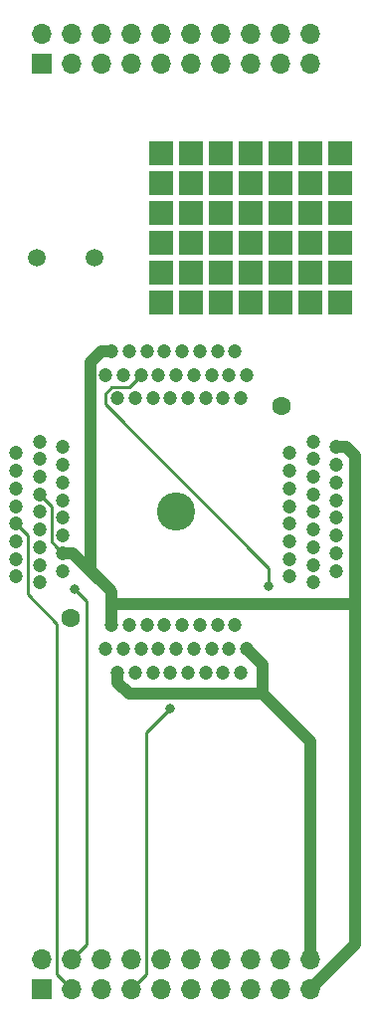
<source format=gbr>
G04 #@! TF.GenerationSoftware,KiCad,Pcbnew,5.0.2-bee76a0~70~ubuntu18.04.1*
G04 #@! TF.CreationDate,2019-07-29T15:00:22+02:00*
G04 #@! TF.ProjectId,stm32f427,73746d33-3266-4343-9237-2e6b69636164,rev?*
G04 #@! TF.SameCoordinates,Original*
G04 #@! TF.FileFunction,Copper,L1,Top*
G04 #@! TF.FilePolarity,Positive*
%FSLAX46Y46*%
G04 Gerber Fmt 4.6, Leading zero omitted, Abs format (unit mm)*
G04 Created by KiCad (PCBNEW 5.0.2-bee76a0~70~ubuntu18.04.1) date lun. 29 juil. 2019 15:00:22 CEST*
%MOMM*%
%LPD*%
G01*
G04 APERTURE LIST*
G04 #@! TA.AperFunction,ComponentPad*
%ADD10R,2.000000X2.000000*%
G04 #@! TD*
G04 #@! TA.AperFunction,ComponentPad*
%ADD11C,1.200000*%
G04 #@! TD*
G04 #@! TA.AperFunction,ComponentPad*
%ADD12C,3.250000*%
G04 #@! TD*
G04 #@! TA.AperFunction,ComponentPad*
%ADD13C,1.600000*%
G04 #@! TD*
G04 #@! TA.AperFunction,ComponentPad*
%ADD14R,1.700000X1.700000*%
G04 #@! TD*
G04 #@! TA.AperFunction,ComponentPad*
%ADD15O,1.700000X1.700000*%
G04 #@! TD*
G04 #@! TA.AperFunction,ComponentPad*
%ADD16C,1.500000*%
G04 #@! TD*
G04 #@! TA.AperFunction,ViaPad*
%ADD17C,0.800000*%
G04 #@! TD*
G04 #@! TA.AperFunction,Conductor*
%ADD18C,0.250000*%
G04 #@! TD*
G04 #@! TA.AperFunction,Conductor*
%ADD19C,1.000000*%
G04 #@! TD*
G04 APERTURE END LIST*
D10*
G04 #@! TO.P,TP37,1*
G04 #@! TO.N,Net-(TP37-Pad1)*
X60960000Y-91440000D03*
G04 #@! TD*
G04 #@! TO.P,TP39,1*
G04 #@! TO.N,Net-(TP39-Pad1)*
X60960000Y-88900000D03*
G04 #@! TD*
G04 #@! TO.P,TP38,1*
G04 #@! TO.N,Net-(TP38-Pad1)*
X60960000Y-93980000D03*
G04 #@! TD*
G04 #@! TO.P,TP40,1*
G04 #@! TO.N,Net-(TP40-Pad1)*
X60960000Y-86360000D03*
G04 #@! TD*
G04 #@! TO.P,TP41,1*
G04 #@! TO.N,Net-(TP41-Pad1)*
X60960000Y-96520000D03*
G04 #@! TD*
G04 #@! TO.P,TP42,1*
G04 #@! TO.N,Net-(TP42-Pad1)*
X60960000Y-83820000D03*
G04 #@! TD*
G04 #@! TO.P,TP33,1*
G04 #@! TO.N,Net-(TP33-Pad1)*
X73660000Y-93980000D03*
G04 #@! TD*
G04 #@! TO.P,TP31,1*
G04 #@! TO.N,Net-(TP31-Pad1)*
X68580000Y-96520000D03*
G04 #@! TD*
G04 #@! TO.P,TP30,1*
G04 #@! TO.N,Net-(TP30-Pad1)*
X76200000Y-96520000D03*
G04 #@! TD*
G04 #@! TO.P,TP29,1*
G04 #@! TO.N,Net-(TP29-Pad1)*
X71120000Y-93980000D03*
G04 #@! TD*
G04 #@! TO.P,TP28,1*
G04 #@! TO.N,Net-(TP28-Pad1)*
X66040000Y-96520000D03*
G04 #@! TD*
G04 #@! TO.P,TP27,1*
G04 #@! TO.N,Net-(TP27-Pad1)*
X73660000Y-96520000D03*
G04 #@! TD*
G04 #@! TO.P,TP26,1*
G04 #@! TO.N,Net-(TP26-Pad1)*
X68580000Y-93980000D03*
G04 #@! TD*
G04 #@! TO.P,TP32,1*
G04 #@! TO.N,Net-(TP32-Pad1)*
X63500000Y-96520000D03*
G04 #@! TD*
G04 #@! TO.P,TP34,1*
G04 #@! TO.N,Net-(TP34-Pad1)*
X71120000Y-96520000D03*
G04 #@! TD*
G04 #@! TO.P,TP35,1*
G04 #@! TO.N,Net-(TP35-Pad1)*
X66040000Y-93980000D03*
G04 #@! TD*
G04 #@! TO.P,TP36,1*
G04 #@! TO.N,Net-(TP36-Pad1)*
X76200000Y-93980000D03*
G04 #@! TD*
G04 #@! TO.P,TP25,1*
G04 #@! TO.N,Net-(TP25-Pad1)*
X63500000Y-93980000D03*
G04 #@! TD*
G04 #@! TO.P,TP10,1*
G04 #@! TO.N,Net-(TP10-Pad1)*
X76200000Y-91440000D03*
G04 #@! TD*
G04 #@! TO.P,TP12,1*
G04 #@! TO.N,Net-(TP12-Pad1)*
X76200000Y-88900000D03*
G04 #@! TD*
G04 #@! TO.P,TP13,1*
G04 #@! TO.N,Net-(TP13-Pad1)*
X73660000Y-91440000D03*
G04 #@! TD*
G04 #@! TO.P,TP14,1*
G04 #@! TO.N,Net-(TP14-Pad1)*
X76200000Y-86360000D03*
G04 #@! TD*
G04 #@! TO.P,TP15,1*
G04 #@! TO.N,Net-(TP15-Pad1)*
X73660000Y-88900000D03*
G04 #@! TD*
G04 #@! TO.P,TP16,1*
G04 #@! TO.N,Net-(TP16-Pad1)*
X71120000Y-91440000D03*
G04 #@! TD*
G04 #@! TO.P,TP17,1*
G04 #@! TO.N,Net-(TP17-Pad1)*
X73660000Y-86360000D03*
G04 #@! TD*
G04 #@! TO.P,TP18,1*
G04 #@! TO.N,Net-(TP18-Pad1)*
X71120000Y-88900000D03*
G04 #@! TD*
G04 #@! TO.P,TP19,1*
G04 #@! TO.N,Net-(TP19-Pad1)*
X68580000Y-91440000D03*
G04 #@! TD*
G04 #@! TO.P,TP20,1*
G04 #@! TO.N,Net-(TP20-Pad1)*
X71120000Y-86360000D03*
G04 #@! TD*
G04 #@! TO.P,TP21,1*
G04 #@! TO.N,Net-(TP21-Pad1)*
X68580000Y-88900000D03*
G04 #@! TD*
G04 #@! TO.P,TP11,1*
G04 #@! TO.N,Net-(TP11-Pad1)*
X66040000Y-91440000D03*
G04 #@! TD*
G04 #@! TO.P,TP9,1*
G04 #@! TO.N,Net-(TP9-Pad1)*
X68580000Y-86360000D03*
G04 #@! TD*
G04 #@! TO.P,TP7,1*
G04 #@! TO.N,Net-(TP7-Pad1)*
X66040000Y-88900000D03*
G04 #@! TD*
G04 #@! TO.P,TP22,1*
G04 #@! TO.N,Net-(TP22-Pad1)*
X63500000Y-91440000D03*
G04 #@! TD*
G04 #@! TO.P,TP23,1*
G04 #@! TO.N,Net-(TP23-Pad1)*
X66040000Y-86360000D03*
G04 #@! TD*
G04 #@! TO.P,TP24,1*
G04 #@! TO.N,Net-(TP24-Pad1)*
X63500000Y-88900000D03*
G04 #@! TD*
G04 #@! TO.P,TP8,1*
G04 #@! TO.N,Net-(TP8-Pad1)*
X63500000Y-86360000D03*
G04 #@! TD*
G04 #@! TO.P,TP6,1*
G04 #@! TO.N,Net-(TP6-Pad1)*
X66040000Y-83820000D03*
G04 #@! TD*
G04 #@! TO.P,TP5,1*
G04 #@! TO.N,Net-(TP5-Pad1)*
X63500000Y-83820000D03*
G04 #@! TD*
G04 #@! TO.P,TP4,1*
G04 #@! TO.N,Net-(TP4-Pad1)*
X76200000Y-83820000D03*
G04 #@! TD*
G04 #@! TO.P,TP3,1*
G04 #@! TO.N,Net-(TP3-Pad1)*
X73660000Y-83820000D03*
G04 #@! TD*
G04 #@! TO.P,TP2,1*
G04 #@! TO.N,Net-(TP2-Pad1)*
X68580000Y-83820000D03*
G04 #@! TD*
G04 #@! TO.P,TP1,1*
G04 #@! TO.N,Net-(TP1-Pad1)*
X71120000Y-83820000D03*
G04 #@! TD*
D11*
G04 #@! TO.P,U1,38*
G04 #@! TO.N,Net-(U1-Pad38)*
X62230000Y-125950000D03*
G04 #@! TO.P,U1,37*
G04 #@! TO.N,/D7_BOOT1*
X61730000Y-127950000D03*
G04 #@! TO.P,U1,39*
G04 #@! TO.N,Net-(U1-Pad39)*
X62730000Y-123950000D03*
G04 #@! TO.P,U1,36*
G04 #@! TO.N,Net-(U1-Pad36)*
X61230000Y-123950000D03*
G04 #@! TO.P,U1,35*
G04 #@! TO.N,Net-(U1-Pad35)*
X60730000Y-125950000D03*
G04 #@! TO.P,U1,34*
G04 #@! TO.N,Net-(U1-Pad34)*
X60230000Y-127950000D03*
G04 #@! TO.P,U1,32*
G04 #@! TO.N,Net-(U1-Pad32)*
X59230000Y-125950000D03*
G04 #@! TO.P,U1,31*
G04 #@! TO.N,Net-(U1-Pad31)*
X58730000Y-127950000D03*
G04 #@! TO.P,U1,33*
G04 #@! TO.N,Net-(U1-Pad33)*
X59730000Y-123950000D03*
G04 #@! TO.P,U1,29*
G04 #@! TO.N,Net-(U1-Pad29)*
X57730000Y-125950000D03*
G04 #@! TO.P,U1,30*
G04 #@! TO.N,Net-(U1-Pad30)*
X58230000Y-123950000D03*
G04 #@! TO.P,U1,28*
G04 #@! TO.N,+3V3*
X57230000Y-127950000D03*
G04 #@! TO.P,U1,26*
G04 #@! TO.N,Net-(U1-Pad26)*
X56230000Y-125950000D03*
G04 #@! TO.P,U1,27*
G04 #@! TO.N,GNDA*
X56730000Y-123950000D03*
G04 #@! TO.P,U1,42*
G04 #@! TO.N,Net-(U1-Pad42)*
X64230000Y-123950000D03*
G04 #@! TO.P,U1,41*
G04 #@! TO.N,Net-(U1-Pad41)*
X63730000Y-125950000D03*
G04 #@! TO.P,U1,40*
G04 #@! TO.N,Net-(U1-Pad40)*
X63230000Y-127950000D03*
G04 #@! TO.P,U1,43*
G04 #@! TO.N,Net-(U1-Pad43)*
X64730000Y-127950000D03*
G04 #@! TO.P,U1,45*
G04 #@! TO.N,Net-(U1-Pad45)*
X65730000Y-123950000D03*
G04 #@! TO.P,U1,44*
G04 #@! TO.N,Net-(U1-Pad44)*
X65230000Y-125950000D03*
G04 #@! TO.P,U1,46*
G04 #@! TO.N,Net-(U1-Pad46)*
X66230000Y-127950000D03*
G04 #@! TO.P,U1,47*
G04 #@! TO.N,Net-(U1-Pad47)*
X66730000Y-125950000D03*
G04 #@! TO.P,U1,48*
G04 #@! TO.N,Net-(U1-Pad48)*
X67230000Y-123950000D03*
G04 #@! TO.P,U1,50*
G04 #@! TO.N,+3V3*
X68230000Y-125950000D03*
G04 #@! TO.P,U1,49*
G04 #@! TO.N,Net-(U1-Pad49)*
X67730000Y-127950000D03*
G04 #@! TO.P,U1,89*
G04 #@! TO.N,Net-(U1-Pad89)*
X61730000Y-104650000D03*
G04 #@! TO.P,U1,92*
G04 #@! TO.N,Net-(U1-Pad92)*
X60230000Y-104650000D03*
G04 #@! TO.P,U1,98*
G04 #@! TO.N,Net-(U1-Pad98)*
X57230000Y-104650000D03*
G04 #@! TO.P,U1,78*
G04 #@! TO.N,Net-(U1-Pad78)*
X67230000Y-100650000D03*
G04 #@! TO.P,U1,96*
G04 #@! TO.N,Net-(U1-Pad96)*
X58230000Y-100650000D03*
G04 #@! TO.P,U1,77*
G04 #@! TO.N,Net-(U1-Pad77)*
X67730000Y-104650000D03*
G04 #@! TO.P,U1,82*
G04 #@! TO.N,Net-(U1-Pad82)*
X65230000Y-102650000D03*
G04 #@! TO.P,U1,86*
G04 #@! TO.N,Net-(U1-Pad86)*
X63230000Y-104650000D03*
G04 #@! TO.P,U1,90*
G04 #@! TO.N,Net-(U1-Pad90)*
X61230000Y-100650000D03*
G04 #@! TO.P,U1,81*
G04 #@! TO.N,Net-(U1-Pad81)*
X65730000Y-100650000D03*
G04 #@! TO.P,U1,99*
G04 #@! TO.N,GNDA*
X56730000Y-100650000D03*
G04 #@! TO.P,U1,80*
G04 #@! TO.N,Net-(U1-Pad80)*
X66230000Y-104650000D03*
G04 #@! TO.P,U1,84*
G04 #@! TO.N,Net-(U1-Pad84)*
X64230000Y-100650000D03*
G04 #@! TO.P,U1,85*
G04 #@! TO.N,Net-(U1-Pad85)*
X63730000Y-102650000D03*
G04 #@! TO.P,U1,76*
G04 #@! TO.N,Net-(U1-Pad76)*
X68230000Y-102650000D03*
G04 #@! TO.P,U1,94*
G04 #@! TO.N,/D6_BOOT0*
X59230000Y-102650000D03*
G04 #@! TO.P,U1,95*
G04 #@! TO.N,Net-(U1-Pad95)*
X58730000Y-104650000D03*
G04 #@! TO.P,U1,88*
G04 #@! TO.N,Net-(U1-Pad88)*
X62230000Y-102650000D03*
G04 #@! TO.P,U1,97*
G04 #@! TO.N,Net-(U1-Pad97)*
X57730000Y-102650000D03*
G04 #@! TO.P,U1,87*
G04 #@! TO.N,Net-(U1-Pad87)*
X62730000Y-100650000D03*
G04 #@! TO.P,U1,100*
G04 #@! TO.N,+3V3*
X56230000Y-102650000D03*
G04 #@! TO.P,U1,91*
G04 #@! TO.N,Net-(U1-Pad91)*
X60730000Y-102650000D03*
G04 #@! TO.P,U1,83*
G04 #@! TO.N,Net-(U1-Pad83)*
X64730000Y-104650000D03*
G04 #@! TO.P,U1,93*
G04 #@! TO.N,Net-(U1-Pad93)*
X59730000Y-100650000D03*
G04 #@! TO.P,U1,79*
G04 #@! TO.N,Net-(U1-Pad79)*
X66730000Y-102650000D03*
G04 #@! TO.P,U1,63*
G04 #@! TO.N,Net-(U1-Pad63)*
X73880000Y-114300000D03*
G04 #@! TO.P,U1,64*
G04 #@! TO.N,Net-(U1-Pad64)*
X71880000Y-113800000D03*
G04 #@! TO.P,U1,62*
G04 #@! TO.N,Net-(U1-Pad62)*
X75880000Y-114800000D03*
G04 #@! TO.P,U1,61*
G04 #@! TO.N,Net-(U1-Pad61)*
X71880000Y-115300000D03*
G04 #@! TO.P,U1,60*
G04 #@! TO.N,Net-(U1-Pad60)*
X73880000Y-115800000D03*
G04 #@! TO.P,U1,59*
G04 #@! TO.N,Net-(U1-Pad59)*
X75880000Y-116300000D03*
G04 #@! TO.P,U1,57*
G04 #@! TO.N,Net-(U1-Pad57)*
X73880000Y-117300000D03*
G04 #@! TO.P,U1,58*
G04 #@! TO.N,Net-(U1-Pad58)*
X71880000Y-116800000D03*
G04 #@! TO.P,U1,56*
G04 #@! TO.N,Net-(U1-Pad56)*
X75880000Y-117800000D03*
G04 #@! TO.P,U1,55*
G04 #@! TO.N,Net-(U1-Pad55)*
X71880000Y-118300000D03*
G04 #@! TO.P,U1,53*
G04 #@! TO.N,Net-(U1-Pad53)*
X75880000Y-119300000D03*
G04 #@! TO.P,U1,54*
G04 #@! TO.N,Net-(U1-Pad54)*
X73880000Y-118800000D03*
G04 #@! TO.P,U1,52*
G04 #@! TO.N,Net-(U1-Pad52)*
X71880000Y-119800000D03*
G04 #@! TO.P,U1,51*
G04 #@! TO.N,Net-(U1-Pad51)*
X73880000Y-120300000D03*
G04 #@! TO.P,U1,67*
G04 #@! TO.N,Net-(U1-Pad67)*
X71880000Y-112300000D03*
G04 #@! TO.P,U1,66*
G04 #@! TO.N,Net-(U1-Pad66)*
X73880000Y-112800000D03*
G04 #@! TO.P,U1,65*
G04 #@! TO.N,Net-(U1-Pad65)*
X75880000Y-113300000D03*
G04 #@! TO.P,U1,69*
G04 #@! TO.N,/D0_MCU_RX*
X73880000Y-111300000D03*
G04 #@! TO.P,U1,68*
G04 #@! TO.N,/D1_MCU_TX*
X75880000Y-111800000D03*
G04 #@! TO.P,U1,70*
G04 #@! TO.N,Net-(U1-Pad70)*
X71880000Y-110800000D03*
G04 #@! TO.P,U1,72*
G04 #@! TO.N,Net-(U1-Pad72)*
X73880000Y-109800000D03*
G04 #@! TO.P,U1,71*
G04 #@! TO.N,Net-(U1-Pad71)*
X75880000Y-110300000D03*
G04 #@! TO.P,U1,73*
G04 #@! TO.N,Net-(U1-Pad73)*
X71880000Y-109300000D03*
G04 #@! TO.P,U1,74*
G04 #@! TO.N,GNDA*
X75880000Y-108800000D03*
G04 #@! TO.P,U1,75*
G04 #@! TO.N,+3V3*
X73880000Y-108300000D03*
G04 #@! TO.P,U1,16*
G04 #@! TO.N,Net-(U1-Pad16)*
X50580000Y-115800000D03*
G04 #@! TO.P,U1,17*
G04 #@! TO.N,Net-(U1-Pad17)*
X52580000Y-116300000D03*
G04 #@! TO.P,U1,19*
G04 #@! TO.N,+3V3*
X50580000Y-117300000D03*
G04 #@! TO.P,U1,13*
G04 #@! TO.N,Net-(C3-Pad2)*
X50580000Y-114300000D03*
G04 #@! TO.P,U1,10*
G04 #@! TO.N,GNDA*
X50580000Y-112800000D03*
G04 #@! TO.P,U1,11*
G04 #@! TO.N,+3V3*
X52580000Y-113300000D03*
G04 #@! TO.P,U1,7*
G04 #@! TO.N,Net-(U1-Pad7)*
X50580000Y-111300000D03*
G04 #@! TO.P,U1,8*
G04 #@! TO.N,Net-(U1-Pad8)*
X52580000Y-111800000D03*
G04 #@! TO.P,U1,6*
G04 #@! TO.N,Net-(U1-Pad6)*
X48580000Y-110800000D03*
G04 #@! TO.P,U1,4*
G04 #@! TO.N,Net-(U1-Pad4)*
X50580000Y-109800000D03*
G04 #@! TO.P,U1,5*
G04 #@! TO.N,Net-(U1-Pad5)*
X52580000Y-110300000D03*
G04 #@! TO.P,U1,3*
G04 #@! TO.N,Net-(U1-Pad3)*
X48580000Y-109300000D03*
G04 #@! TO.P,U1,12*
G04 #@! TO.N,Net-(C2-Pad2)*
X48580000Y-113800000D03*
G04 #@! TO.P,U1,18*
G04 #@! TO.N,Net-(U1-Pad18)*
X48580000Y-116800000D03*
G04 #@! TO.P,U1,20*
G04 #@! TO.N,GNDA*
X52580000Y-117800000D03*
G04 #@! TO.P,U1,21*
G04 #@! TO.N,Net-(U1-Pad21)*
X48580000Y-118300000D03*
G04 #@! TO.P,U1,23*
G04 #@! TO.N,Net-(U1-Pad23)*
X52580000Y-119300000D03*
G04 #@! TO.P,U1,22*
G04 #@! TO.N,+3V3*
X50580000Y-118800000D03*
G04 #@! TO.P,U1,24*
G04 #@! TO.N,Net-(U1-Pad24)*
X48580000Y-119800000D03*
G04 #@! TO.P,U1,25*
G04 #@! TO.N,Net-(U1-Pad25)*
X50580000Y-120300000D03*
G04 #@! TO.P,U1,9*
G04 #@! TO.N,Net-(U1-Pad9)*
X48580000Y-112300000D03*
G04 #@! TO.P,U1,14*
G04 #@! TO.N,/D2_NRST*
X52580000Y-114800000D03*
G04 #@! TO.P,U1,15*
G04 #@! TO.N,/D3_MCU_PC0*
X48580000Y-115300000D03*
G04 #@! TO.P,U1,2*
G04 #@! TO.N,Net-(U1-Pad2)*
X52580000Y-108800000D03*
G04 #@! TO.P,U1,1*
G04 #@! TO.N,Net-(U1-Pad1)*
X50580000Y-108300000D03*
D12*
G04 #@! TO.P,U1,*
G04 #@! TO.N,*
X62230000Y-114300000D03*
D13*
X53230000Y-123300000D03*
X71230000Y-105300000D03*
G04 #@! TD*
D14*
G04 #@! TO.P,J1,1*
G04 #@! TO.N,/D1_MCU_TX*
X50800000Y-154940000D03*
D15*
G04 #@! TO.P,J1,2*
G04 #@! TO.N,/D0_MCU_RX*
X50800000Y-152400000D03*
G04 #@! TO.P,J1,3*
G04 #@! TO.N,/D3_MCU_PC0*
X53340000Y-154940000D03*
G04 #@! TO.P,J1,4*
G04 #@! TO.N,/D2_NRST*
X53340000Y-152400000D03*
G04 #@! TO.P,J1,5*
G04 #@! TO.N,Net-(J1-Pad5)*
X55880000Y-154940000D03*
G04 #@! TO.P,J1,6*
G04 #@! TO.N,Net-(J1-Pad6)*
X55880000Y-152400000D03*
G04 #@! TO.P,J1,7*
G04 #@! TO.N,/D7_BOOT1*
X58420000Y-154940000D03*
G04 #@! TO.P,J1,8*
G04 #@! TO.N,/D6_BOOT0*
X58420000Y-152400000D03*
G04 #@! TO.P,J1,9*
G04 #@! TO.N,Net-(J1-Pad9)*
X60960000Y-154940000D03*
G04 #@! TO.P,J1,10*
G04 #@! TO.N,Net-(J1-Pad10)*
X60960000Y-152400000D03*
G04 #@! TO.P,J1,11*
G04 #@! TO.N,Net-(J1-Pad11)*
X63500000Y-154940000D03*
G04 #@! TO.P,J1,12*
G04 #@! TO.N,Net-(J1-Pad12)*
X63500000Y-152400000D03*
G04 #@! TO.P,J1,13*
G04 #@! TO.N,Net-(J1-Pad13)*
X66040000Y-154940000D03*
G04 #@! TO.P,J1,14*
G04 #@! TO.N,Net-(J1-Pad14)*
X66040000Y-152400000D03*
G04 #@! TO.P,J1,15*
G04 #@! TO.N,Net-(J1-Pad15)*
X68580000Y-154940000D03*
G04 #@! TO.P,J1,16*
G04 #@! TO.N,Net-(J1-Pad16)*
X68580000Y-152400000D03*
G04 #@! TO.P,J1,17*
G04 #@! TO.N,GND*
X71120000Y-154940000D03*
G04 #@! TO.P,J1,18*
G04 #@! TO.N,Net-(J1-Pad18)*
X71120000Y-152400000D03*
G04 #@! TO.P,J1,19*
G04 #@! TO.N,GNDA*
X73660000Y-154940000D03*
G04 #@! TO.P,J1,20*
G04 #@! TO.N,+3V3*
X73660000Y-152400000D03*
G04 #@! TD*
G04 #@! TO.P,J2,20*
G04 #@! TO.N,Net-(J2-Pad20)*
X73660000Y-73660000D03*
G04 #@! TO.P,J2,19*
G04 #@! TO.N,Net-(J2-Pad19)*
X73660000Y-76200000D03*
G04 #@! TO.P,J2,18*
G04 #@! TO.N,Net-(J2-Pad18)*
X71120000Y-73660000D03*
G04 #@! TO.P,J2,17*
G04 #@! TO.N,Net-(J2-Pad17)*
X71120000Y-76200000D03*
G04 #@! TO.P,J2,16*
G04 #@! TO.N,Net-(J2-Pad16)*
X68580000Y-73660000D03*
G04 #@! TO.P,J2,15*
G04 #@! TO.N,Net-(J2-Pad15)*
X68580000Y-76200000D03*
G04 #@! TO.P,J2,14*
G04 #@! TO.N,Net-(J2-Pad14)*
X66040000Y-73660000D03*
G04 #@! TO.P,J2,13*
G04 #@! TO.N,Net-(J2-Pad13)*
X66040000Y-76200000D03*
G04 #@! TO.P,J2,12*
G04 #@! TO.N,Net-(J2-Pad12)*
X63500000Y-73660000D03*
G04 #@! TO.P,J2,11*
G04 #@! TO.N,Net-(J2-Pad11)*
X63500000Y-76200000D03*
G04 #@! TO.P,J2,10*
G04 #@! TO.N,Net-(J2-Pad10)*
X60960000Y-73660000D03*
G04 #@! TO.P,J2,9*
G04 #@! TO.N,Net-(J2-Pad9)*
X60960000Y-76200000D03*
G04 #@! TO.P,J2,8*
G04 #@! TO.N,Net-(J2-Pad8)*
X58420000Y-73660000D03*
G04 #@! TO.P,J2,7*
G04 #@! TO.N,Net-(J2-Pad7)*
X58420000Y-76200000D03*
G04 #@! TO.P,J2,6*
G04 #@! TO.N,Net-(J2-Pad6)*
X55880000Y-73660000D03*
G04 #@! TO.P,J2,5*
G04 #@! TO.N,Net-(J2-Pad5)*
X55880000Y-76200000D03*
G04 #@! TO.P,J2,4*
G04 #@! TO.N,Net-(J2-Pad4)*
X53340000Y-73660000D03*
G04 #@! TO.P,J2,3*
G04 #@! TO.N,Net-(J2-Pad3)*
X53340000Y-76200000D03*
G04 #@! TO.P,J2,2*
G04 #@! TO.N,Net-(J2-Pad2)*
X50800000Y-73660000D03*
D14*
G04 #@! TO.P,J2,1*
G04 #@! TO.N,Net-(J2-Pad1)*
X50800000Y-76200000D03*
G04 #@! TD*
D16*
G04 #@! TO.P,Y1,1*
G04 #@! TO.N,Net-(C2-Pad2)*
X55245000Y-92710000D03*
G04 #@! TO.P,Y1,2*
G04 #@! TO.N,Net-(C3-Pad2)*
X50345000Y-92710000D03*
G04 #@! TD*
D17*
G04 #@! TO.N,/D6_BOOT0*
X70104000Y-120650000D03*
G04 #@! TO.N,/D7_BOOT1*
X61722000Y-131064000D03*
G04 #@! TO.N,/D2_NRST*
X53594000Y-120904000D03*
G04 #@! TD*
D18*
G04 #@! TO.N,/D6_BOOT0*
X70104000Y-119075200D02*
X70104000Y-120650000D01*
X56184800Y-105156000D02*
X70104000Y-119075200D01*
X56184800Y-104241600D02*
X56184800Y-105156000D01*
X56743600Y-103682800D02*
X56184800Y-104241600D01*
X59230000Y-102650000D02*
X58197200Y-103682800D01*
X58197200Y-103682800D02*
X56743600Y-103682800D01*
D19*
G04 #@! TO.N,GNDA*
X56730000Y-123101472D02*
X56730000Y-123950000D01*
X52580000Y-117800000D02*
X53428528Y-117800000D01*
X54929999Y-101601473D02*
X54929999Y-119301471D01*
X55881472Y-100650000D02*
X54929999Y-101601473D01*
X56730000Y-100650000D02*
X55881472Y-100650000D01*
X53428528Y-117800000D02*
X56532528Y-120904000D01*
X54929999Y-119301471D02*
X56532528Y-120904000D01*
X56532528Y-120904000D02*
X56730000Y-121101472D01*
X74509999Y-154090001D02*
X73660000Y-154940000D01*
X77470000Y-151130000D02*
X74509999Y-154090001D01*
X75880000Y-108800000D02*
X76728528Y-108800000D01*
X76728528Y-108800000D02*
X77470000Y-109541472D01*
X77470000Y-122428000D02*
X77470000Y-151130000D01*
X77470000Y-109541472D02*
X77470000Y-122428000D01*
X56730000Y-122174000D02*
X77216000Y-122174000D01*
X56730000Y-122174000D02*
X56730000Y-123101472D01*
X77216000Y-122174000D02*
X77470000Y-122428000D01*
X56730000Y-121101472D02*
X56730000Y-122174000D01*
D18*
X51980001Y-117200001D02*
X52580000Y-117800000D01*
X51612800Y-116832800D02*
X51980001Y-117200001D01*
X50580000Y-112800000D02*
X51612800Y-113832800D01*
X51612800Y-113832800D02*
X51612800Y-116832800D01*
D19*
G04 #@! TO.N,+3V3*
X73660000Y-152400000D02*
X73660000Y-133858000D01*
X73660000Y-133858000D02*
X69596000Y-129794000D01*
X57230000Y-128798528D02*
X57230000Y-127950000D01*
X58225472Y-129794000D02*
X57230000Y-128798528D01*
X69596000Y-129794000D02*
X58225472Y-129794000D01*
X69596000Y-127316000D02*
X69596000Y-129794000D01*
X68230000Y-125950000D02*
X69596000Y-127316000D01*
D18*
G04 #@! TO.N,/D7_BOOT1*
X59269999Y-154090001D02*
X58420000Y-154940000D01*
X59690000Y-153670000D02*
X59269999Y-154090001D01*
X61722000Y-131064000D02*
X59690000Y-133096000D01*
X59690000Y-133096000D02*
X59690000Y-153670000D01*
G04 #@! TO.N,/D2_NRST*
X54189999Y-151550001D02*
X53340000Y-152400000D01*
X53594000Y-120904000D02*
X54610000Y-121920000D01*
X54610000Y-151130000D02*
X54189999Y-151550001D01*
X54610000Y-121920000D02*
X54610000Y-151130000D01*
G04 #@! TO.N,/D3_MCU_PC0*
X49580800Y-121310400D02*
X49580800Y-116300800D01*
X53340000Y-154940000D02*
X52070000Y-153670000D01*
X49580800Y-116300800D02*
X48580000Y-115300000D01*
X52070000Y-123799600D02*
X49580800Y-121310400D01*
X52070000Y-153670000D02*
X52070000Y-123799600D01*
G04 #@! TD*
M02*

</source>
